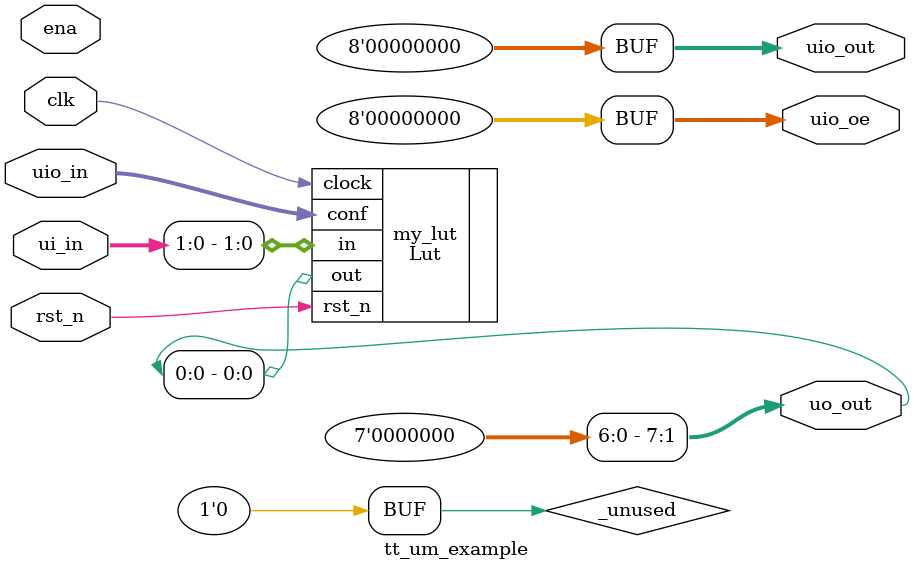
<source format=v>
/*
 * Copyright (c) 2024 Your Name
 * SPDX-License-Identifier: Apache-2.0
 */

`default_nettype none

module tt_um_example (
    input  wire [7:0] ui_in,    // Dedicated inputs
    output wire [7:0] uo_out,   // Dedicated outputs
    input  wire [7:0] uio_in,   // IOs: Input path
    output wire [7:0] uio_out,  // IOs: Output path
    output wire [7:0] uio_oe,   // IOs: Enable path (active high: 0=input, 1=output)
    input  wire       ena,      // always 1 when the design is powered, so you can ignore it
    input  wire       clk,      // clock
    input  wire       rst_n     // reset_n - low to reset
);

  // All output pins must be assigned. If not used, assign to 0.
  
  assign uio_out = 0;
  assign uio_oe  = 0;

  Lut #(
    .INPUTS(2)
  ) my_lut (
    .clock(clk),
    .rst_n(rst_n),
    .in(ui_in[1:0]),
    .conf(uio_in),
    .out(uo_out[0])
  );

  assign uo_out[7:1] = 0;

  // List all unused inputs to prevent warnings
  wire _unused = &{ui_in, uio_in, ena, clk, rst_n, 1'b0};

endmodule

</source>
